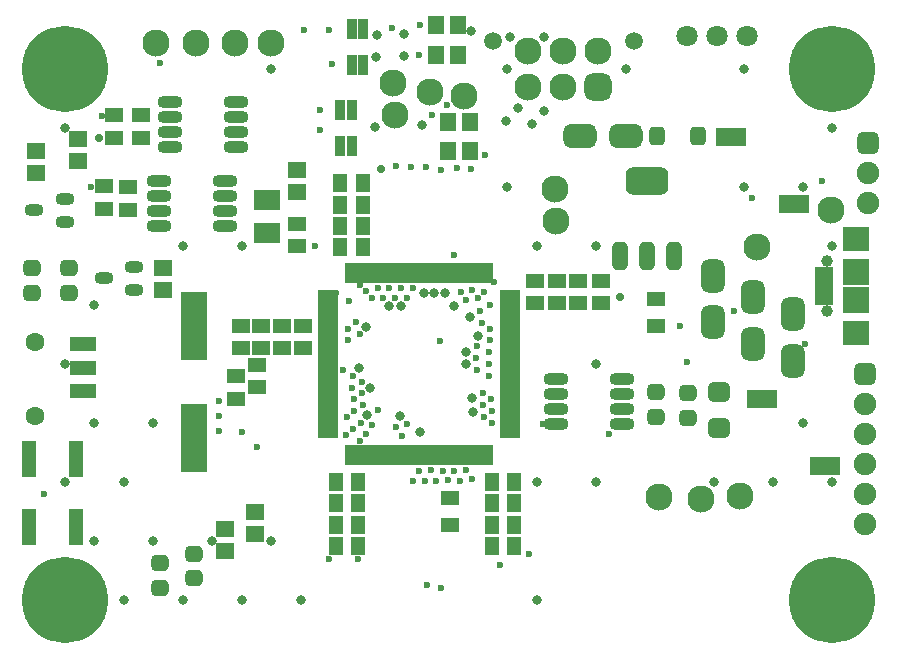
<source format=gts>
G04*
G04 #@! TF.GenerationSoftware,Altium Limited,Altium Designer,23.11.1 (41)*
G04*
G04 Layer_Color=8388736*
%FSLAX44Y44*%
%MOMM*%
G71*
G04*
G04 #@! TF.SameCoordinates,F90B74AA-C0B1-4B74-A68C-C3C570C8A3A3*
G04*
G04*
G04 #@! TF.FilePolarity,Negative*
G04*
G01*
G75*
%ADD42R,2.5000X1.6000*%
G04:AMPARAMS|DCode=43|XSize=1.5mm|YSize=1.4mm|CornerRadius=0.425mm|HoleSize=0mm|Usage=FLASHONLY|Rotation=180.000|XOffset=0mm|YOffset=0mm|HoleType=Round|Shape=RoundedRectangle|*
%AMROUNDEDRECTD43*
21,1,1.5000,0.5500,0,0,180.0*
21,1,0.6500,1.4000,0,0,180.0*
1,1,0.8500,-0.3250,0.2750*
1,1,0.8500,0.3250,0.2750*
1,1,0.8500,0.3250,-0.2750*
1,1,0.8500,-0.3250,-0.2750*
%
%ADD43ROUNDEDRECTD43*%
%ADD44R,1.6000X1.2000*%
%ADD45R,2.3000X5.8000*%
%ADD46R,1.6500X1.4500*%
G04:AMPARAMS|DCode=47|XSize=0.95mm|YSize=1.5mm|CornerRadius=0.3125mm|HoleSize=0mm|Usage=FLASHONLY|Rotation=270.000|XOffset=0mm|YOffset=0mm|HoleType=Round|Shape=RoundedRectangle|*
%AMROUNDEDRECTD47*
21,1,0.9500,0.8750,0,0,270.0*
21,1,0.3250,1.5000,0,0,270.0*
1,1,0.6250,-0.4375,-0.1625*
1,1,0.6250,-0.4375,0.1625*
1,1,0.6250,0.4375,0.1625*
1,1,0.6250,0.4375,-0.1625*
%
%ADD47ROUNDEDRECTD47*%
%ADD48R,1.4500X1.6500*%
%ADD49C,2.3000*%
G04:AMPARAMS|DCode=50|XSize=1.3mm|YSize=2.4mm|CornerRadius=0.4mm|HoleSize=0mm|Usage=FLASHONLY|Rotation=180.000|XOffset=0mm|YOffset=0mm|HoleType=Round|Shape=RoundedRectangle|*
%AMROUNDEDRECTD50*
21,1,1.3000,1.6000,0,0,180.0*
21,1,0.5000,2.4000,0,0,180.0*
1,1,0.8000,-0.2500,0.8000*
1,1,0.8000,0.2500,0.8000*
1,1,0.8000,0.2500,-0.8000*
1,1,0.8000,-0.2500,-0.8000*
%
%ADD50ROUNDEDRECTD50*%
G04:AMPARAMS|DCode=51|XSize=3.6mm|YSize=2.4mm|CornerRadius=0.675mm|HoleSize=0mm|Usage=FLASHONLY|Rotation=180.000|XOffset=0mm|YOffset=0mm|HoleType=Round|Shape=RoundedRectangle|*
%AMROUNDEDRECTD51*
21,1,3.6000,1.0500,0,0,180.0*
21,1,2.2500,2.4000,0,0,180.0*
1,1,1.3500,-1.1250,0.5250*
1,1,1.3500,1.1250,0.5250*
1,1,1.3500,1.1250,-0.5250*
1,1,1.3500,-1.1250,-0.5250*
%
%ADD51ROUNDEDRECTD51*%
G04:AMPARAMS|DCode=52|XSize=0.95mm|YSize=2mm|CornerRadius=0.3125mm|HoleSize=0mm|Usage=FLASHONLY|Rotation=270.000|XOffset=0mm|YOffset=0mm|HoleType=Round|Shape=RoundedRectangle|*
%AMROUNDEDRECTD52*
21,1,0.9500,1.3750,0,0,270.0*
21,1,0.3250,2.0000,0,0,270.0*
1,1,0.6250,-0.6875,-0.1625*
1,1,0.6250,-0.6875,0.1625*
1,1,0.6250,0.6875,0.1625*
1,1,0.6250,0.6875,-0.1625*
%
%ADD52ROUNDEDRECTD52*%
%ADD53R,1.2000X1.6000*%
%ADD54R,1.7750X0.6000*%
%ADD55R,0.6000X1.7750*%
G04:AMPARAMS|DCode=56|XSize=1.6mm|YSize=1.4mm|CornerRadius=0.425mm|HoleSize=0mm|Usage=FLASHONLY|Rotation=270.000|XOffset=0mm|YOffset=0mm|HoleType=Round|Shape=RoundedRectangle|*
%AMROUNDEDRECTD56*
21,1,1.6000,0.5500,0,0,270.0*
21,1,0.7500,1.4000,0,0,270.0*
1,1,0.8500,-0.2750,-0.3750*
1,1,0.8500,-0.2750,0.3750*
1,1,0.8500,0.2750,0.3750*
1,1,0.8500,0.2750,-0.3750*
%
%ADD56ROUNDEDRECTD56*%
%ADD57R,2.2500X1.7000*%
%ADD58R,2.2000X1.3000*%
%ADD59R,1.3000X3.0500*%
%ADD60R,0.8500X1.8000*%
G04:AMPARAMS|DCode=61|XSize=2mm|YSize=2.8mm|CornerRadius=0.575mm|HoleSize=0mm|Usage=FLASHONLY|Rotation=90.000|XOffset=0mm|YOffset=0mm|HoleType=Round|Shape=RoundedRectangle|*
%AMROUNDEDRECTD61*
21,1,2.0000,1.6500,0,0,90.0*
21,1,0.8500,2.8000,0,0,90.0*
1,1,1.1500,0.8250,0.4250*
1,1,1.1500,0.8250,-0.4250*
1,1,1.1500,-0.8250,-0.4250*
1,1,1.1500,-0.8250,0.4250*
%
%ADD61ROUNDEDRECTD61*%
G04:AMPARAMS|DCode=62|XSize=2mm|YSize=2.8mm|CornerRadius=0.575mm|HoleSize=0mm|Usage=FLASHONLY|Rotation=0.000|XOffset=0mm|YOffset=0mm|HoleType=Round|Shape=RoundedRectangle|*
%AMROUNDEDRECTD62*
21,1,2.0000,1.6500,0,0,0.0*
21,1,0.8500,2.8000,0,0,0.0*
1,1,1.1500,0.4250,-0.8250*
1,1,1.1500,-0.4250,-0.8250*
1,1,1.1500,-0.4250,0.8250*
1,1,1.1500,0.4250,0.8250*
%
%ADD62ROUNDEDRECTD62*%
%ADD63R,2.2000X2.2000*%
%ADD64R,2.2000X2.1000*%
%ADD65R,1.6500X0.7000*%
G04:AMPARAMS|DCode=66|XSize=1.9mm|YSize=1.7mm|CornerRadius=0.5mm|HoleSize=0mm|Usage=FLASHONLY|Rotation=180.000|XOffset=0mm|YOffset=0mm|HoleType=Round|Shape=RoundedRectangle|*
%AMROUNDEDRECTD66*
21,1,1.9000,0.7000,0,0,180.0*
21,1,0.9000,1.7000,0,0,180.0*
1,1,1.0000,-0.4500,0.3500*
1,1,1.0000,0.4500,0.3500*
1,1,1.0000,0.4500,-0.3500*
1,1,1.0000,-0.4500,-0.3500*
%
%ADD66ROUNDEDRECTD66*%
%ADD67C,7.3000*%
%ADD68C,1.6000*%
%ADD69C,1.0000*%
%ADD70C,1.9000*%
G04:AMPARAMS|DCode=71|XSize=1.9mm|YSize=1.9mm|CornerRadius=0.55mm|HoleSize=0mm|Usage=FLASHONLY|Rotation=270.000|XOffset=0mm|YOffset=0mm|HoleType=Round|Shape=RoundedRectangle|*
%AMROUNDEDRECTD71*
21,1,1.9000,0.8000,0,0,270.0*
21,1,0.8000,1.9000,0,0,270.0*
1,1,1.1000,-0.4000,-0.4000*
1,1,1.1000,-0.4000,0.4000*
1,1,1.1000,0.4000,0.4000*
1,1,1.1000,0.4000,-0.4000*
%
%ADD71ROUNDEDRECTD71*%
G04:AMPARAMS|DCode=72|XSize=2.3mm|YSize=2.3mm|CornerRadius=0.65mm|HoleSize=0mm|Usage=FLASHONLY|Rotation=90.000|XOffset=0mm|YOffset=0mm|HoleType=Round|Shape=RoundedRectangle|*
%AMROUNDEDRECTD72*
21,1,2.3000,1.0000,0,0,90.0*
21,1,1.0000,2.3000,0,0,90.0*
1,1,1.3000,0.5000,0.5000*
1,1,1.3000,0.5000,-0.5000*
1,1,1.3000,-0.5000,-0.5000*
1,1,1.3000,-0.5000,0.5000*
%
%ADD72ROUNDEDRECTD72*%
%ADD73C,1.5000*%
%ADD74C,1.8000*%
%ADD75C,0.6000*%
%ADD76C,0.8000*%
%ADD77C,0.7000*%
D42*
X693433Y163683D02*
D03*
X640500Y220250D02*
D03*
X667433Y385683D02*
D03*
X614500Y442250D02*
D03*
D43*
X131000Y81500D02*
D03*
Y60500D02*
D03*
X578000Y204000D02*
D03*
Y225000D02*
D03*
X54000Y310500D02*
D03*
Y331500D02*
D03*
X22000D02*
D03*
Y310500D02*
D03*
X160000Y68500D02*
D03*
Y89500D02*
D03*
X551000Y205000D02*
D03*
Y226000D02*
D03*
D44*
X252000Y282500D02*
D03*
Y263500D02*
D03*
X199000Y282500D02*
D03*
Y263500D02*
D03*
X216000Y282500D02*
D03*
Y263500D02*
D03*
X234000Y282500D02*
D03*
Y263500D02*
D03*
X504000Y301500D02*
D03*
Y320500D02*
D03*
X485000Y301500D02*
D03*
Y320500D02*
D03*
X467000Y301500D02*
D03*
Y320500D02*
D03*
X448000Y301500D02*
D03*
Y320500D02*
D03*
X376000Y113500D02*
D03*
Y136500D02*
D03*
X551000Y282000D02*
D03*
Y305000D02*
D03*
X247000Y349500D02*
D03*
Y368500D02*
D03*
X104000Y399500D02*
D03*
Y380500D02*
D03*
X83000Y400500D02*
D03*
Y381500D02*
D03*
X213000Y249500D02*
D03*
Y230500D02*
D03*
X195000Y239500D02*
D03*
Y220500D02*
D03*
X92000Y460500D02*
D03*
Y441500D02*
D03*
X115000Y460500D02*
D03*
Y441500D02*
D03*
D45*
X160000Y187500D02*
D03*
Y282500D02*
D03*
D46*
X186000Y91750D02*
D03*
Y110250D02*
D03*
X211000Y105750D02*
D03*
Y124250D02*
D03*
X247000Y395750D02*
D03*
Y414250D02*
D03*
X61000Y440250D02*
D03*
Y421750D02*
D03*
X26000Y430250D02*
D03*
Y411750D02*
D03*
X133000Y331250D02*
D03*
Y312750D02*
D03*
D47*
X83000Y322500D02*
D03*
X109000Y332000D02*
D03*
Y313000D02*
D03*
X50000Y370500D02*
D03*
Y389500D02*
D03*
X24000Y380000D02*
D03*
D48*
X383250Y537000D02*
D03*
X364750D02*
D03*
X364500Y512000D02*
D03*
X383000D02*
D03*
X393250Y455000D02*
D03*
X374750D02*
D03*
X393250Y430000D02*
D03*
X374750D02*
D03*
D49*
X636000Y349000D02*
D03*
X465000Y398000D02*
D03*
X466000Y371000D02*
D03*
X699000Y380000D02*
D03*
X622000Y138000D02*
D03*
X330000Y461000D02*
D03*
X388000Y477000D02*
D03*
X328000Y488000D02*
D03*
X359000Y480000D02*
D03*
X127000Y522000D02*
D03*
X161000D02*
D03*
X225000D02*
D03*
X194000D02*
D03*
X553000Y137000D02*
D03*
X589000Y136000D02*
D03*
X442000Y484555D02*
D03*
X472000D02*
D03*
X442000Y514555D02*
D03*
X472000D02*
D03*
X502000D02*
D03*
D50*
X520000Y341500D02*
D03*
X543000D02*
D03*
X566000D02*
D03*
D51*
X543000Y404500D02*
D03*
D52*
X466000Y237050D02*
D03*
Y224350D02*
D03*
Y211650D02*
D03*
Y198950D02*
D03*
X522000Y237050D02*
D03*
Y224350D02*
D03*
Y211650D02*
D03*
Y198950D02*
D03*
X186000Y366950D02*
D03*
Y379650D02*
D03*
Y392350D02*
D03*
Y405050D02*
D03*
X130000Y366950D02*
D03*
Y379650D02*
D03*
Y392350D02*
D03*
Y405050D02*
D03*
X195000Y433950D02*
D03*
Y446650D02*
D03*
Y459350D02*
D03*
Y472050D02*
D03*
X139000Y433950D02*
D03*
Y446650D02*
D03*
Y459350D02*
D03*
Y472050D02*
D03*
D53*
X302500Y403000D02*
D03*
X283500D02*
D03*
X302500Y385000D02*
D03*
X283500D02*
D03*
X302500Y367000D02*
D03*
X283500D02*
D03*
X302500Y349000D02*
D03*
X283500D02*
D03*
X279500Y96000D02*
D03*
X298500D02*
D03*
X279500Y114000D02*
D03*
X298500D02*
D03*
X279500Y132000D02*
D03*
X298500D02*
D03*
X279500Y150000D02*
D03*
X298500D02*
D03*
X411500Y96000D02*
D03*
X430500D02*
D03*
X411500Y114000D02*
D03*
X430500D02*
D03*
X411500Y132000D02*
D03*
X430500D02*
D03*
X411500Y150000D02*
D03*
X430500D02*
D03*
D54*
X272620Y310000D02*
D03*
Y305000D02*
D03*
Y300000D02*
D03*
Y295000D02*
D03*
Y290000D02*
D03*
Y285000D02*
D03*
Y280000D02*
D03*
Y275000D02*
D03*
Y270000D02*
D03*
Y265000D02*
D03*
Y260000D02*
D03*
Y255000D02*
D03*
Y250000D02*
D03*
Y245000D02*
D03*
Y240000D02*
D03*
Y235000D02*
D03*
Y230000D02*
D03*
Y225000D02*
D03*
Y220000D02*
D03*
Y215000D02*
D03*
Y210000D02*
D03*
Y205000D02*
D03*
Y200000D02*
D03*
Y195000D02*
D03*
Y190000D02*
D03*
X427380D02*
D03*
Y195000D02*
D03*
Y200000D02*
D03*
Y205000D02*
D03*
Y210000D02*
D03*
Y215000D02*
D03*
Y220000D02*
D03*
Y225000D02*
D03*
Y230000D02*
D03*
Y235000D02*
D03*
Y240000D02*
D03*
Y245000D02*
D03*
Y250000D02*
D03*
Y255000D02*
D03*
Y260000D02*
D03*
Y265000D02*
D03*
Y270000D02*
D03*
Y275000D02*
D03*
Y280000D02*
D03*
Y285000D02*
D03*
Y290000D02*
D03*
Y295000D02*
D03*
Y300000D02*
D03*
Y305000D02*
D03*
Y310000D02*
D03*
D55*
X290000Y172620D02*
D03*
X295000D02*
D03*
X300000D02*
D03*
X305000D02*
D03*
X310000D02*
D03*
X315000D02*
D03*
X320000D02*
D03*
X325000D02*
D03*
X330000D02*
D03*
X335000D02*
D03*
X340000D02*
D03*
X345000D02*
D03*
X350000D02*
D03*
X355000D02*
D03*
X360000D02*
D03*
X365000D02*
D03*
X370000D02*
D03*
X375000D02*
D03*
X380000D02*
D03*
X385000D02*
D03*
X390000D02*
D03*
X395000D02*
D03*
X400000D02*
D03*
X405000D02*
D03*
X410000D02*
D03*
Y327380D02*
D03*
X405000D02*
D03*
X400000D02*
D03*
X395000D02*
D03*
X390000D02*
D03*
X385000D02*
D03*
X380000D02*
D03*
X375000D02*
D03*
X370000D02*
D03*
X365000D02*
D03*
X360000D02*
D03*
X355000D02*
D03*
X350000D02*
D03*
X345000D02*
D03*
X340000D02*
D03*
X335000D02*
D03*
X330000D02*
D03*
X325000D02*
D03*
X320000D02*
D03*
X315000D02*
D03*
X310000D02*
D03*
X305000D02*
D03*
X300000D02*
D03*
X295000D02*
D03*
X290000D02*
D03*
D56*
X586500Y443000D02*
D03*
X551500D02*
D03*
D57*
X221000Y361000D02*
D03*
Y389000D02*
D03*
D58*
X65500Y267000D02*
D03*
Y247000D02*
D03*
Y227000D02*
D03*
D59*
X20000Y112250D02*
D03*
Y169750D02*
D03*
X60000Y112250D02*
D03*
Y169750D02*
D03*
D60*
X293000Y503000D02*
D03*
X303000Y533500D02*
D03*
X293000D02*
D03*
X303000Y503000D02*
D03*
X293000Y465250D02*
D03*
X283000Y434750D02*
D03*
X293000D02*
D03*
X283000Y465250D02*
D03*
D61*
X525750Y443000D02*
D03*
X486250D02*
D03*
D62*
X667000Y252500D02*
D03*
Y292000D02*
D03*
X633000Y267250D02*
D03*
Y306750D02*
D03*
X599000Y285250D02*
D03*
Y324750D02*
D03*
D63*
X720000Y304000D02*
D03*
Y328000D02*
D03*
D64*
Y276000D02*
D03*
Y356000D02*
D03*
D65*
X693250Y303000D02*
D03*
Y329000D02*
D03*
Y309500D02*
D03*
Y316000D02*
D03*
Y322500D02*
D03*
D66*
X604000Y226000D02*
D03*
Y196000D02*
D03*
D67*
X700000Y50000D02*
D03*
X700000Y500000D02*
D03*
X50000Y500000D02*
D03*
X50000Y50000D02*
D03*
D68*
X25000Y268250D02*
D03*
Y205750D02*
D03*
D69*
X695500Y295250D02*
D03*
Y336750D02*
D03*
D70*
X728000Y114500D02*
D03*
Y139900D02*
D03*
Y190700D02*
D03*
Y216100D02*
D03*
Y165300D02*
D03*
X730000Y411600D02*
D03*
Y386200D02*
D03*
D71*
X728000Y241500D02*
D03*
X730000Y437000D02*
D03*
D72*
X502000Y484555D02*
D03*
D73*
X531690Y523445D02*
D03*
X412310D02*
D03*
D74*
X602600Y528000D02*
D03*
X577200D02*
D03*
X628000D02*
D03*
D75*
X279413Y310000D02*
D03*
X290773Y303156D02*
D03*
X273800Y85157D02*
D03*
X298310Y84446D02*
D03*
X419000Y80000D02*
D03*
X443000Y89000D02*
D03*
X369050Y60500D02*
D03*
X357000Y63000D02*
D03*
X686000Y163000D02*
D03*
X636000Y223500D02*
D03*
X327000Y534500D02*
D03*
X351000Y537000D02*
D03*
X390000Y160000D02*
D03*
X370000Y159000D02*
D03*
X360000Y160000D02*
D03*
X350000Y159000D02*
D03*
X345000Y314000D02*
D03*
X335000D02*
D03*
X325000D02*
D03*
X315000D02*
D03*
X305000Y312000D02*
D03*
X300000Y317000D02*
D03*
X290000Y280000D02*
D03*
X286000Y245000D02*
D03*
X288000Y190000D02*
D03*
X289000Y205000D02*
D03*
X305000Y191000D02*
D03*
X299750Y184750D02*
D03*
X310000Y198000D02*
D03*
X315000Y211000D02*
D03*
X180500Y192850D02*
D03*
Y205550D02*
D03*
Y218250D02*
D03*
X198000Y219000D02*
D03*
X199000Y263500D02*
D03*
Y282500D02*
D03*
X500000Y303000D02*
D03*
X183000Y392000D02*
D03*
X131000Y505000D02*
D03*
X414000Y319000D02*
D03*
X295000Y210000D02*
D03*
X301000Y200000D02*
D03*
X294000Y195000D02*
D03*
X412000Y210000D02*
D03*
X405000Y205000D02*
D03*
X412000Y200000D02*
D03*
X404000Y215000D02*
D03*
X411000Y220000D02*
D03*
X404000Y225000D02*
D03*
X368000Y269500D02*
D03*
X380000Y159000D02*
D03*
X374980Y151980D02*
D03*
X364820Y151000D02*
D03*
X354750D02*
D03*
X344956D02*
D03*
X340000Y199000D02*
D03*
X663000Y252000D02*
D03*
X511000Y191000D02*
D03*
X361000Y481000D02*
D03*
X577000Y252000D02*
D03*
X590000Y137000D02*
D03*
X72500Y400000D02*
D03*
X82000Y460000D02*
D03*
X551000Y282000D02*
D03*
X26000Y430250D02*
D03*
X50000Y390000D02*
D03*
X283500Y403000D02*
D03*
X455000Y199000D02*
D03*
X719000Y273000D02*
D03*
X485000Y443000D02*
D03*
X369000Y414000D02*
D03*
X343000Y417000D02*
D03*
X356000D02*
D03*
X380000Y342000D02*
D03*
X632000Y390500D02*
D03*
X83000Y381000D02*
D03*
X331000Y418000D02*
D03*
X406000Y427000D02*
D03*
X691000Y405100D02*
D03*
X199000Y472000D02*
D03*
X302500Y403000D02*
D03*
X262000Y350000D02*
D03*
X247000Y368000D02*
D03*
X296500Y285500D02*
D03*
X290000Y270000D02*
D03*
X300000Y275000D02*
D03*
X189000Y405000D02*
D03*
X374000Y435500D02*
D03*
Y469000D02*
D03*
X385250Y311000D02*
D03*
X130000Y366950D02*
D03*
X571000Y282000D02*
D03*
X113000Y313000D02*
D03*
X129000Y405000D02*
D03*
X131000Y60500D02*
D03*
X213000Y180000D02*
D03*
X200000Y192000D02*
D03*
X60000Y167000D02*
D03*
X33000Y140000D02*
D03*
X65000Y247000D02*
D03*
X52000Y331000D02*
D03*
X22000Y311000D02*
D03*
X394000Y435000D02*
D03*
X294172Y436461D02*
D03*
X393000Y455000D02*
D03*
X293000Y462250D02*
D03*
X329000Y460000D02*
D03*
Y490000D02*
D03*
X383250Y536000D02*
D03*
X617000Y295000D02*
D03*
X599000Y324750D02*
D03*
X667000Y294000D02*
D03*
X382000Y416000D02*
D03*
X394000Y415000D02*
D03*
X520000Y346000D02*
D03*
X544000Y342000D02*
D03*
X566000Y341000D02*
D03*
X604000Y196000D02*
D03*
X603000Y226000D02*
D03*
X578000Y224000D02*
D03*
X551000Y225000D02*
D03*
X677000Y267000D02*
D03*
X403000Y285000D02*
D03*
X611000Y443500D02*
D03*
X586000Y443000D02*
D03*
X394970Y152400D02*
D03*
X302000Y235000D02*
D03*
X384810Y151130D02*
D03*
X294000Y240000D02*
D03*
X405336Y310795D02*
D03*
X390000Y304000D02*
D03*
X65000Y227000D02*
D03*
Y267000D02*
D03*
X20000Y169000D02*
D03*
X409000Y240000D02*
D03*
X399000Y245000D02*
D03*
X408940Y259750D02*
D03*
X398000Y255000D02*
D03*
X399000Y265000D02*
D03*
X410000Y300000D02*
D03*
X402000Y295000D02*
D03*
X410000Y280000D02*
D03*
Y270000D02*
D03*
X340000Y306000D02*
D03*
X330000D02*
D03*
X310000D02*
D03*
X320000D02*
D03*
X394970Y312420D02*
D03*
X266000Y465000D02*
D03*
Y448000D02*
D03*
X283000Y462250D02*
D03*
X276000Y504000D02*
D03*
X274000Y533000D02*
D03*
X390000Y476000D02*
D03*
X383000Y513000D02*
D03*
X350000Y512000D02*
D03*
X252500Y533000D02*
D03*
X282000Y436000D02*
D03*
X303000Y505000D02*
D03*
Y536000D02*
D03*
X361500Y461000D02*
D03*
X303000Y215000D02*
D03*
X295000Y220000D02*
D03*
X302000Y225000D02*
D03*
X293000Y230000D02*
D03*
X330200Y196850D02*
D03*
X335280Y189230D02*
D03*
X400050Y306070D02*
D03*
X408940Y250220D02*
D03*
D76*
X700000Y450000D02*
D03*
Y350000D02*
D03*
Y150000D02*
D03*
X675000Y400000D02*
D03*
Y200000D02*
D03*
X650000Y150000D02*
D03*
X625000Y500000D02*
D03*
Y400000D02*
D03*
X600000Y150000D02*
D03*
X525000Y500000D02*
D03*
X500000Y350000D02*
D03*
Y250000D02*
D03*
Y150000D02*
D03*
X450000Y350000D02*
D03*
Y150000D02*
D03*
Y50000D02*
D03*
X425000Y500000D02*
D03*
Y400000D02*
D03*
X250000Y50000D02*
D03*
X225000Y500000D02*
D03*
X200000Y350000D02*
D03*
X225000Y100000D02*
D03*
X200000Y50000D02*
D03*
X150000Y350000D02*
D03*
X175000Y100000D02*
D03*
X150000Y50000D02*
D03*
X125000Y200000D02*
D03*
X100000Y150000D02*
D03*
X125000Y100000D02*
D03*
X100000Y50000D02*
D03*
X50000Y450000D02*
D03*
X75000Y300000D02*
D03*
X50000Y250000D02*
D03*
X75000Y200000D02*
D03*
X50000Y150000D02*
D03*
X75000Y100000D02*
D03*
X372000Y310000D02*
D03*
X363000D02*
D03*
X354000D02*
D03*
X445844Y453120D02*
D03*
X456000Y464000D02*
D03*
X424000Y456000D02*
D03*
X434000Y467000D02*
D03*
X337000Y529000D02*
D03*
X314345Y528778D02*
D03*
X314000Y510000D02*
D03*
X337000Y511000D02*
D03*
X394000Y532000D02*
D03*
X456000Y527000D02*
D03*
X427000D02*
D03*
X353000Y452000D02*
D03*
X313000Y451000D02*
D03*
X380000Y299000D02*
D03*
X393000Y290000D02*
D03*
X400000Y274000D02*
D03*
X390000Y260000D02*
D03*
Y250000D02*
D03*
X395000Y221000D02*
D03*
X396000Y209000D02*
D03*
X351000Y192000D02*
D03*
X334000Y206000D02*
D03*
X306000Y207000D02*
D03*
X309000Y230000D02*
D03*
X299000Y247000D02*
D03*
X305000Y281000D02*
D03*
X335000Y299000D02*
D03*
X325000D02*
D03*
X680000Y70000D02*
D03*
X672500Y50000D02*
D03*
X680000Y30000D02*
D03*
X700000Y22500D02*
D03*
X720000Y30000D02*
D03*
X727500Y50000D02*
D03*
X720000Y70000D02*
D03*
X700000Y77500D02*
D03*
X700000Y527500D02*
D03*
X720000Y520000D02*
D03*
X727500Y500000D02*
D03*
X720000Y480000D02*
D03*
X700000Y472500D02*
D03*
X680000Y480000D02*
D03*
X672500Y500000D02*
D03*
X680000Y520000D02*
D03*
X50000Y527500D02*
D03*
X70000Y520000D02*
D03*
X77500Y500000D02*
D03*
X70000Y480000D02*
D03*
X50000Y472500D02*
D03*
X30000Y480000D02*
D03*
X22500Y500000D02*
D03*
X30000Y520000D02*
D03*
X50000Y77500D02*
D03*
X70000Y70000D02*
D03*
X77500Y50000D02*
D03*
X70000Y30000D02*
D03*
X50000Y22500D02*
D03*
X30000Y30000D02*
D03*
X22500Y50000D02*
D03*
X30000Y70000D02*
D03*
D77*
X318000Y415000D02*
D03*
X520000Y307000D02*
D03*
X79000Y441000D02*
D03*
X667000Y385000D02*
D03*
M02*

</source>
